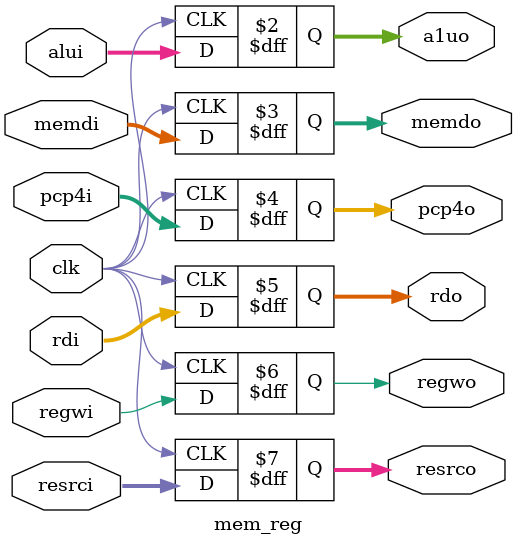
<source format=v>
module mem_reg(clk,regwi,resrci,alui,memdi,pcp4i,rdi,a1uo,memdo,pcp4o,rdo,regwo,resrco);
input clk,regwi;
input [1:0] resrci;
input [31:0] alui,memdi,pcp4i;
input [4:0] rdi;

output [31:0] a1uo,memdo,pcp4o;
output [4:0] rdo;
output regwo;
output [1:0] resrco;

reg [31:0] a1uo,memdo,pcp4o;
reg [4:0] rdo;
reg regwo;
reg [1:0] resrco;

always@(posedge clk)
begin
a1uo = alui;
memdo = memdi;
pcp4o = pcp4i;
rdo = rdi;

regwo = regwi;
resrco = resrci;
end

endmodule

</source>
